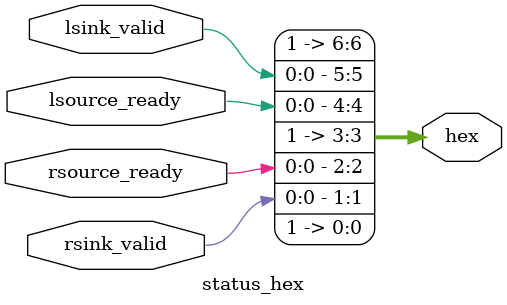
<source format=v>
module status_hex(output reg[6:0] hex, input lsource_ready, input rsource_ready, input lsink_valid, input rsink_valid);
	always @*
	begin
		hex = {1'b1, lsink_valid, lsource_ready, 1'b1, rsource_ready, rsink_valid, 1'b1};
	end
endmodule

</source>
